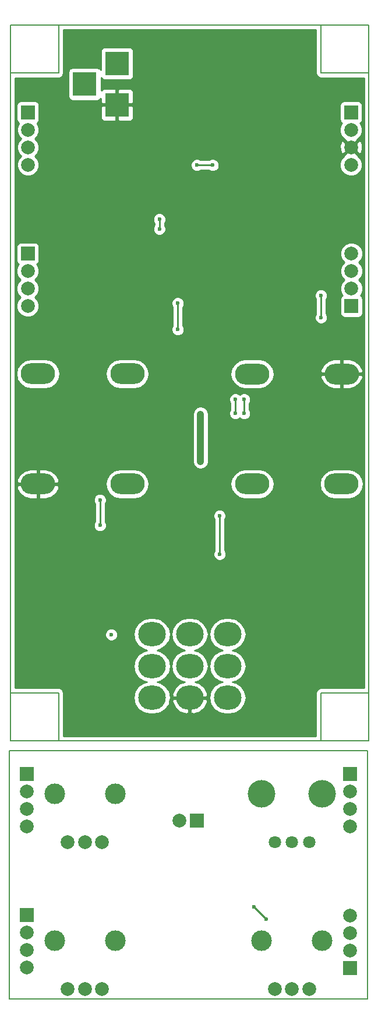
<source format=gbr>
G04 #@! TF.FileFunction,Copper,L2,Bot,Signal*
%FSLAX46Y46*%
G04 Gerber Fmt 4.6, Leading zero omitted, Abs format (unit mm)*
G04 Created by KiCad (PCBNEW 4.0.7) date 03/28/18 20:32:25*
%MOMM*%
%LPD*%
G01*
G04 APERTURE LIST*
%ADD10C,0.100000*%
%ADD11C,0.150000*%
%ADD12R,2.000000X2.000000*%
%ADD13C,2.000000*%
%ADD14R,3.500000X3.500000*%
%ADD15O,4.000000X3.500000*%
%ADD16C,3.000000*%
%ADD17O,5.000000X3.000000*%
%ADD18C,1.800000*%
%ADD19C,4.000000*%
%ADD20C,0.600000*%
%ADD21C,1.000000*%
%ADD22C,0.250000*%
%ADD23C,0.254000*%
G04 APERTURE END LIST*
D10*
D11*
X79832200Y-128727200D02*
X79832200Y-128447800D01*
X80340200Y-128727200D02*
X79222600Y-128727200D01*
X124720200Y-130172500D02*
X124364600Y-130172500D01*
X124720200Y-166240500D02*
X124720200Y-130172500D01*
X124339200Y-166240500D02*
X124720200Y-166240500D01*
X72701000Y-130172500D02*
X124517000Y-130172500D01*
X72701000Y-166240500D02*
X72701000Y-130172500D01*
X72701000Y-166240500D02*
X124517000Y-166240500D01*
X117932200Y-121742200D02*
X124917200Y-121742200D01*
X117932200Y-128727200D02*
X117932200Y-121742200D01*
X79832200Y-121742200D02*
X72847200Y-121742200D01*
X79832200Y-128727200D02*
X79832200Y-121742200D01*
X79832200Y-31699200D02*
X72847200Y-31699200D01*
X79832200Y-24714200D02*
X79832200Y-31699200D01*
X117932200Y-31699200D02*
X117932200Y-24714200D01*
X124917200Y-31699200D02*
X117932200Y-31699200D01*
X124917200Y-24714200D02*
X72847200Y-24714200D01*
X124917200Y-128727200D02*
X124917200Y-24714200D01*
X72847200Y-128727200D02*
X124917200Y-128727200D01*
X72847200Y-24714200D02*
X72847200Y-128727200D01*
D12*
X99929800Y-140307100D03*
D13*
X97389800Y-140307100D03*
D14*
X88328500Y-36322000D03*
X88328500Y-30322000D03*
X83628500Y-33322000D03*
D15*
X93407600Y-113256000D03*
X98907600Y-113256000D03*
X104407600Y-113256000D03*
X93407600Y-117856000D03*
X98907600Y-117856000D03*
X104407600Y-117856000D03*
X93407600Y-122456000D03*
X98907600Y-122456000D03*
X104407600Y-122456000D03*
D12*
X75234800Y-154063700D03*
D13*
X75234800Y-156603700D03*
X75234800Y-159143700D03*
X75234800Y-161683700D03*
D12*
X75234800Y-133540500D03*
D13*
X75234800Y-136080500D03*
X75234800Y-138620500D03*
X75234800Y-141160500D03*
D12*
X122199400Y-161709100D03*
D13*
X122199400Y-159169100D03*
X122199400Y-156629100D03*
X122199400Y-154089100D03*
D12*
X122174000Y-133540500D03*
D13*
X122174000Y-136080500D03*
X122174000Y-138620500D03*
X122174000Y-141160500D03*
D12*
X75361800Y-57937400D03*
D13*
X75361800Y-60477400D03*
X75361800Y-63017400D03*
X75361800Y-65557400D03*
D12*
X75374500Y-37401500D03*
D13*
X75374500Y-39941500D03*
X75374500Y-42481500D03*
X75374500Y-45021500D03*
D12*
X122402600Y-65557400D03*
D13*
X122402600Y-63017400D03*
X122402600Y-60477400D03*
X122402600Y-57937400D03*
D12*
X122351800Y-37414200D03*
D13*
X122351800Y-39954200D03*
X122351800Y-42494200D03*
X122351800Y-45034200D03*
X81169500Y-143446500D03*
X83669500Y-143446500D03*
X86169500Y-143446500D03*
D16*
X79269500Y-136446500D03*
X88069500Y-136446500D03*
D13*
X111268500Y-164782500D03*
X113768500Y-164782500D03*
X116268500Y-164782500D03*
D16*
X109368500Y-157782500D03*
X118168500Y-157782500D03*
D13*
X81169500Y-164782500D03*
X83669500Y-164782500D03*
X86169500Y-164782500D03*
D16*
X79269500Y-157782500D03*
X88069500Y-157782500D03*
D17*
X89824700Y-75400900D03*
X89824700Y-91400900D03*
X76824700Y-91400900D03*
X76847700Y-75400900D03*
X107977800Y-91413600D03*
X107977800Y-75413600D03*
X120977800Y-75413600D03*
X120954800Y-91413600D03*
D18*
X111268500Y-143446500D03*
X113768500Y-143446500D03*
X116268500Y-143446500D03*
D19*
X109368500Y-136446500D03*
X118168500Y-136446500D03*
D20*
X98107500Y-37211000D03*
X110172500Y-40005000D03*
X108775500Y-84264500D03*
X107823000Y-96012000D03*
X104902000Y-105537000D03*
X83883500Y-99187000D03*
X83756500Y-108585000D03*
X94615000Y-71056500D03*
X100012500Y-56578500D03*
X92519500Y-49403000D03*
X100457000Y-88138000D03*
X100457000Y-81280000D03*
X103225600Y-96012000D03*
X103251000Y-101600000D03*
X109988200Y-154632700D03*
X108210200Y-152854700D03*
X97155000Y-65151000D03*
X97155000Y-68961000D03*
X94488000Y-54356000D03*
X94488000Y-52959000D03*
X117983000Y-64008000D03*
X117983000Y-67246500D03*
X102235000Y-45085000D03*
X99949000Y-45085000D03*
X105537000Y-81153000D03*
X105537000Y-79121000D03*
X106807000Y-79121000D03*
X106807000Y-81153000D03*
X85852000Y-93726000D03*
X85852000Y-97409000D03*
X87503000Y-113284000D03*
D21*
X100457000Y-81280000D02*
X100457000Y-88138000D01*
D22*
X103225600Y-96012000D02*
X103251000Y-101600000D01*
X108210200Y-152854700D02*
X109988200Y-154632700D01*
X97155000Y-68961000D02*
X97155000Y-65151000D01*
X94488000Y-52959000D02*
X94488000Y-54356000D01*
X117983000Y-67246500D02*
X117983000Y-64008000D01*
X99949000Y-45085000D02*
X102235000Y-45085000D01*
X105537000Y-81153000D02*
X105537000Y-79121000D01*
X106807000Y-81153000D02*
X106807000Y-79121000D01*
X85852000Y-97409000D02*
X85852000Y-93726000D01*
D23*
G36*
X117222200Y-31699200D02*
X117276246Y-31970905D01*
X117430154Y-32201246D01*
X117660495Y-32355154D01*
X117932200Y-32409200D01*
X124207200Y-32409200D01*
X124207200Y-121032200D01*
X117932200Y-121032200D01*
X117660495Y-121086246D01*
X117430154Y-121240154D01*
X117276246Y-121470495D01*
X117222200Y-121742200D01*
X117222200Y-128017200D01*
X80542200Y-128017200D01*
X80542200Y-121742200D01*
X80488154Y-121470495D01*
X80334246Y-121240154D01*
X80103905Y-121086246D01*
X79832200Y-121032200D01*
X73557200Y-121032200D01*
X73557200Y-113469167D01*
X86567838Y-113469167D01*
X86709883Y-113812943D01*
X86972673Y-114076192D01*
X87316201Y-114218838D01*
X87688167Y-114219162D01*
X88031943Y-114077117D01*
X88295192Y-113814327D01*
X88437838Y-113470799D01*
X88438025Y-113256000D01*
X90720977Y-113256000D01*
X90902524Y-114168700D01*
X91419527Y-114942450D01*
X92193277Y-115459453D01*
X92678652Y-115556000D01*
X92193277Y-115652547D01*
X91419527Y-116169550D01*
X90902524Y-116943300D01*
X90720977Y-117856000D01*
X90902524Y-118768700D01*
X91419527Y-119542450D01*
X92193277Y-120059453D01*
X92678652Y-120156000D01*
X92193277Y-120252547D01*
X91419527Y-120769550D01*
X90902524Y-121543300D01*
X90720977Y-122456000D01*
X90902524Y-123368700D01*
X91419527Y-124142450D01*
X92193277Y-124659453D01*
X93105977Y-124841000D01*
X93709223Y-124841000D01*
X94621923Y-124659453D01*
X95395673Y-124142450D01*
X95912676Y-123368700D01*
X95995164Y-122954003D01*
X96325173Y-122954003D01*
X96364034Y-123133131D01*
X96797748Y-123959297D01*
X97514608Y-124556600D01*
X98405478Y-124834105D01*
X98780600Y-124685517D01*
X98780600Y-122583000D01*
X99034600Y-122583000D01*
X99034600Y-124685517D01*
X99409722Y-124834105D01*
X100300592Y-124556600D01*
X101017452Y-123959297D01*
X101451166Y-123133131D01*
X101490027Y-122954003D01*
X101380225Y-122583000D01*
X99034600Y-122583000D01*
X98780600Y-122583000D01*
X96434975Y-122583000D01*
X96325173Y-122954003D01*
X95995164Y-122954003D01*
X96094223Y-122456000D01*
X95912676Y-121543300D01*
X95395673Y-120769550D01*
X94621923Y-120252547D01*
X94136548Y-120156000D01*
X94621923Y-120059453D01*
X95395673Y-119542450D01*
X95912676Y-118768700D01*
X96094223Y-117856000D01*
X95912676Y-116943300D01*
X95395673Y-116169550D01*
X94621923Y-115652547D01*
X94136548Y-115556000D01*
X94621923Y-115459453D01*
X95395673Y-114942450D01*
X95912676Y-114168700D01*
X96094223Y-113256000D01*
X96220977Y-113256000D01*
X96402524Y-114168700D01*
X96919527Y-114942450D01*
X97693277Y-115459453D01*
X98178652Y-115556000D01*
X97693277Y-115652547D01*
X96919527Y-116169550D01*
X96402524Y-116943300D01*
X96220977Y-117856000D01*
X96402524Y-118768700D01*
X96919527Y-119542450D01*
X97693277Y-120059453D01*
X98164058Y-120153097D01*
X97514608Y-120355400D01*
X96797748Y-120952703D01*
X96364034Y-121778869D01*
X96325173Y-121957997D01*
X96434975Y-122329000D01*
X98780600Y-122329000D01*
X98780600Y-122309000D01*
X99034600Y-122309000D01*
X99034600Y-122329000D01*
X101380225Y-122329000D01*
X101490027Y-121957997D01*
X101451166Y-121778869D01*
X101017452Y-120952703D01*
X100300592Y-120355400D01*
X99651142Y-120153097D01*
X100121923Y-120059453D01*
X100895673Y-119542450D01*
X101412676Y-118768700D01*
X101594223Y-117856000D01*
X101412676Y-116943300D01*
X100895673Y-116169550D01*
X100121923Y-115652547D01*
X99636548Y-115556000D01*
X100121923Y-115459453D01*
X100895673Y-114942450D01*
X101412676Y-114168700D01*
X101594223Y-113256000D01*
X101720977Y-113256000D01*
X101902524Y-114168700D01*
X102419527Y-114942450D01*
X103193277Y-115459453D01*
X103678652Y-115556000D01*
X103193277Y-115652547D01*
X102419527Y-116169550D01*
X101902524Y-116943300D01*
X101720977Y-117856000D01*
X101902524Y-118768700D01*
X102419527Y-119542450D01*
X103193277Y-120059453D01*
X103678652Y-120156000D01*
X103193277Y-120252547D01*
X102419527Y-120769550D01*
X101902524Y-121543300D01*
X101720977Y-122456000D01*
X101902524Y-123368700D01*
X102419527Y-124142450D01*
X103193277Y-124659453D01*
X104105977Y-124841000D01*
X104709223Y-124841000D01*
X105621923Y-124659453D01*
X106395673Y-124142450D01*
X106912676Y-123368700D01*
X107094223Y-122456000D01*
X106912676Y-121543300D01*
X106395673Y-120769550D01*
X105621923Y-120252547D01*
X105136548Y-120156000D01*
X105621923Y-120059453D01*
X106395673Y-119542450D01*
X106912676Y-118768700D01*
X107094223Y-117856000D01*
X106912676Y-116943300D01*
X106395673Y-116169550D01*
X105621923Y-115652547D01*
X105136548Y-115556000D01*
X105621923Y-115459453D01*
X106395673Y-114942450D01*
X106912676Y-114168700D01*
X107094223Y-113256000D01*
X106912676Y-112343300D01*
X106395673Y-111569550D01*
X105621923Y-111052547D01*
X104709223Y-110871000D01*
X104105977Y-110871000D01*
X103193277Y-111052547D01*
X102419527Y-111569550D01*
X101902524Y-112343300D01*
X101720977Y-113256000D01*
X101594223Y-113256000D01*
X101412676Y-112343300D01*
X100895673Y-111569550D01*
X100121923Y-111052547D01*
X99209223Y-110871000D01*
X98605977Y-110871000D01*
X97693277Y-111052547D01*
X96919527Y-111569550D01*
X96402524Y-112343300D01*
X96220977Y-113256000D01*
X96094223Y-113256000D01*
X95912676Y-112343300D01*
X95395673Y-111569550D01*
X94621923Y-111052547D01*
X93709223Y-110871000D01*
X93105977Y-110871000D01*
X92193277Y-111052547D01*
X91419527Y-111569550D01*
X90902524Y-112343300D01*
X90720977Y-113256000D01*
X88438025Y-113256000D01*
X88438162Y-113098833D01*
X88296117Y-112755057D01*
X88033327Y-112491808D01*
X87689799Y-112349162D01*
X87317833Y-112348838D01*
X86974057Y-112490883D01*
X86710808Y-112753673D01*
X86568162Y-113097201D01*
X86567838Y-113469167D01*
X73557200Y-113469167D01*
X73557200Y-93911167D01*
X84916838Y-93911167D01*
X85058883Y-94254943D01*
X85092000Y-94288118D01*
X85092000Y-96846537D01*
X85059808Y-96878673D01*
X84917162Y-97222201D01*
X84916838Y-97594167D01*
X85058883Y-97937943D01*
X85321673Y-98201192D01*
X85665201Y-98343838D01*
X86037167Y-98344162D01*
X86380943Y-98202117D01*
X86644192Y-97939327D01*
X86786838Y-97595799D01*
X86787162Y-97223833D01*
X86645117Y-96880057D01*
X86612000Y-96846882D01*
X86612000Y-96197167D01*
X102290438Y-96197167D01*
X102432483Y-96540943D01*
X102468159Y-96576681D01*
X102488447Y-101040085D01*
X102458808Y-101069673D01*
X102316162Y-101413201D01*
X102315838Y-101785167D01*
X102457883Y-102128943D01*
X102720673Y-102392192D01*
X103064201Y-102534838D01*
X103436167Y-102535162D01*
X103779943Y-102393117D01*
X104043192Y-102130327D01*
X104185838Y-101786799D01*
X104186162Y-101414833D01*
X104044117Y-101071057D01*
X104008441Y-101035319D01*
X103988153Y-96571915D01*
X104017792Y-96542327D01*
X104160438Y-96198799D01*
X104160762Y-95826833D01*
X104018717Y-95483057D01*
X103755927Y-95219808D01*
X103412399Y-95077162D01*
X103040433Y-95076838D01*
X102696657Y-95218883D01*
X102433408Y-95481673D01*
X102290762Y-95825201D01*
X102290438Y-96197167D01*
X86612000Y-96197167D01*
X86612000Y-94288463D01*
X86644192Y-94256327D01*
X86786838Y-93912799D01*
X86787162Y-93540833D01*
X86645117Y-93197057D01*
X86382327Y-92933808D01*
X86038799Y-92791162D01*
X85666833Y-92790838D01*
X85323057Y-92932883D01*
X85059808Y-93195673D01*
X84917162Y-93539201D01*
X84916838Y-93911167D01*
X73557200Y-93911167D01*
X73557200Y-91859733D01*
X73739587Y-91859733D01*
X73803616Y-92100596D01*
X74225224Y-92820770D01*
X74890338Y-93324782D01*
X75697700Y-93535900D01*
X76697700Y-93535900D01*
X76697700Y-91527900D01*
X76951700Y-91527900D01*
X76951700Y-93535900D01*
X77951700Y-93535900D01*
X78759062Y-93324782D01*
X79424176Y-92820770D01*
X79845784Y-92100596D01*
X79909813Y-91859733D01*
X79796865Y-91527900D01*
X76951700Y-91527900D01*
X76697700Y-91527900D01*
X73852535Y-91527900D01*
X73739587Y-91859733D01*
X73557200Y-91859733D01*
X73557200Y-91400900D01*
X86628282Y-91400900D01*
X86790799Y-92217929D01*
X87253609Y-92910573D01*
X87946253Y-93373383D01*
X88763282Y-93535900D01*
X90886118Y-93535900D01*
X91703147Y-93373383D01*
X92395791Y-92910573D01*
X92858601Y-92217929D01*
X93018591Y-91413600D01*
X104781382Y-91413600D01*
X104943899Y-92230629D01*
X105406709Y-92923273D01*
X106099353Y-93386083D01*
X106916382Y-93548600D01*
X109039218Y-93548600D01*
X109856247Y-93386083D01*
X110548891Y-92923273D01*
X111011701Y-92230629D01*
X111174218Y-91413600D01*
X117758382Y-91413600D01*
X117920899Y-92230629D01*
X118383709Y-92923273D01*
X119076353Y-93386083D01*
X119893382Y-93548600D01*
X122016218Y-93548600D01*
X122833247Y-93386083D01*
X123525891Y-92923273D01*
X123988701Y-92230629D01*
X124151218Y-91413600D01*
X123988701Y-90596571D01*
X123525891Y-89903927D01*
X122833247Y-89441117D01*
X122016218Y-89278600D01*
X119893382Y-89278600D01*
X119076353Y-89441117D01*
X118383709Y-89903927D01*
X117920899Y-90596571D01*
X117758382Y-91413600D01*
X111174218Y-91413600D01*
X111011701Y-90596571D01*
X110548891Y-89903927D01*
X109856247Y-89441117D01*
X109039218Y-89278600D01*
X106916382Y-89278600D01*
X106099353Y-89441117D01*
X105406709Y-89903927D01*
X104943899Y-90596571D01*
X104781382Y-91413600D01*
X93018591Y-91413600D01*
X93021118Y-91400900D01*
X92858601Y-90583871D01*
X92395791Y-89891227D01*
X91703147Y-89428417D01*
X90886118Y-89265900D01*
X88763282Y-89265900D01*
X87946253Y-89428417D01*
X87253609Y-89891227D01*
X86790799Y-90583871D01*
X86628282Y-91400900D01*
X73557200Y-91400900D01*
X73557200Y-90942067D01*
X73739587Y-90942067D01*
X73852535Y-91273900D01*
X76697700Y-91273900D01*
X76697700Y-89265900D01*
X76951700Y-89265900D01*
X76951700Y-91273900D01*
X79796865Y-91273900D01*
X79909813Y-90942067D01*
X79845784Y-90701204D01*
X79424176Y-89981030D01*
X78759062Y-89477018D01*
X77951700Y-89265900D01*
X76951700Y-89265900D01*
X76697700Y-89265900D01*
X75697700Y-89265900D01*
X74890338Y-89477018D01*
X74225224Y-89981030D01*
X73803616Y-90701204D01*
X73739587Y-90942067D01*
X73557200Y-90942067D01*
X73557200Y-81280000D01*
X99322000Y-81280000D01*
X99322000Y-88138000D01*
X99408397Y-88572346D01*
X99654434Y-88940566D01*
X100022654Y-89186603D01*
X100457000Y-89273000D01*
X100891346Y-89186603D01*
X101259566Y-88940566D01*
X101505603Y-88572346D01*
X101592000Y-88138000D01*
X101592000Y-81280000D01*
X101505603Y-80845654D01*
X101259566Y-80477434D01*
X100891346Y-80231397D01*
X100457000Y-80145000D01*
X100022654Y-80231397D01*
X99654434Y-80477434D01*
X99408397Y-80845654D01*
X99322000Y-81280000D01*
X73557200Y-81280000D01*
X73557200Y-79306167D01*
X104601838Y-79306167D01*
X104743883Y-79649943D01*
X104777000Y-79683118D01*
X104777000Y-80590537D01*
X104744808Y-80622673D01*
X104602162Y-80966201D01*
X104601838Y-81338167D01*
X104743883Y-81681943D01*
X105006673Y-81945192D01*
X105350201Y-82087838D01*
X105722167Y-82088162D01*
X106065943Y-81946117D01*
X106171954Y-81840290D01*
X106276673Y-81945192D01*
X106620201Y-82087838D01*
X106992167Y-82088162D01*
X107335943Y-81946117D01*
X107599192Y-81683327D01*
X107741838Y-81339799D01*
X107742162Y-80967833D01*
X107600117Y-80624057D01*
X107567000Y-80590882D01*
X107567000Y-79683463D01*
X107599192Y-79651327D01*
X107741838Y-79307799D01*
X107742162Y-78935833D01*
X107600117Y-78592057D01*
X107337327Y-78328808D01*
X106993799Y-78186162D01*
X106621833Y-78185838D01*
X106278057Y-78327883D01*
X106172046Y-78433710D01*
X106067327Y-78328808D01*
X105723799Y-78186162D01*
X105351833Y-78185838D01*
X105008057Y-78327883D01*
X104744808Y-78590673D01*
X104602162Y-78934201D01*
X104601838Y-79306167D01*
X73557200Y-79306167D01*
X73557200Y-75400900D01*
X73651282Y-75400900D01*
X73813799Y-76217929D01*
X74276609Y-76910573D01*
X74969253Y-77373383D01*
X75786282Y-77535900D01*
X77909118Y-77535900D01*
X78726147Y-77373383D01*
X79418791Y-76910573D01*
X79881601Y-76217929D01*
X80044118Y-75400900D01*
X86628282Y-75400900D01*
X86790799Y-76217929D01*
X87253609Y-76910573D01*
X87946253Y-77373383D01*
X88763282Y-77535900D01*
X90886118Y-77535900D01*
X91703147Y-77373383D01*
X92395791Y-76910573D01*
X92858601Y-76217929D01*
X93018591Y-75413600D01*
X104781382Y-75413600D01*
X104943899Y-76230629D01*
X105406709Y-76923273D01*
X106099353Y-77386083D01*
X106916382Y-77548600D01*
X109039218Y-77548600D01*
X109856247Y-77386083D01*
X110548891Y-76923273D01*
X111011701Y-76230629D01*
X111082950Y-75872433D01*
X117892687Y-75872433D01*
X117956716Y-76113296D01*
X118378324Y-76833470D01*
X119043438Y-77337482D01*
X119850800Y-77548600D01*
X120850800Y-77548600D01*
X120850800Y-75540600D01*
X121104800Y-75540600D01*
X121104800Y-77548600D01*
X122104800Y-77548600D01*
X122912162Y-77337482D01*
X123577276Y-76833470D01*
X123998884Y-76113296D01*
X124062913Y-75872433D01*
X123949965Y-75540600D01*
X121104800Y-75540600D01*
X120850800Y-75540600D01*
X118005635Y-75540600D01*
X117892687Y-75872433D01*
X111082950Y-75872433D01*
X111174218Y-75413600D01*
X111082951Y-74954767D01*
X117892687Y-74954767D01*
X118005635Y-75286600D01*
X120850800Y-75286600D01*
X120850800Y-73278600D01*
X121104800Y-73278600D01*
X121104800Y-75286600D01*
X123949965Y-75286600D01*
X124062913Y-74954767D01*
X123998884Y-74713904D01*
X123577276Y-73993730D01*
X122912162Y-73489718D01*
X122104800Y-73278600D01*
X121104800Y-73278600D01*
X120850800Y-73278600D01*
X119850800Y-73278600D01*
X119043438Y-73489718D01*
X118378324Y-73993730D01*
X117956716Y-74713904D01*
X117892687Y-74954767D01*
X111082951Y-74954767D01*
X111011701Y-74596571D01*
X110548891Y-73903927D01*
X109856247Y-73441117D01*
X109039218Y-73278600D01*
X106916382Y-73278600D01*
X106099353Y-73441117D01*
X105406709Y-73903927D01*
X104943899Y-74596571D01*
X104781382Y-75413600D01*
X93018591Y-75413600D01*
X93021118Y-75400900D01*
X92858601Y-74583871D01*
X92395791Y-73891227D01*
X91703147Y-73428417D01*
X90886118Y-73265900D01*
X88763282Y-73265900D01*
X87946253Y-73428417D01*
X87253609Y-73891227D01*
X86790799Y-74583871D01*
X86628282Y-75400900D01*
X80044118Y-75400900D01*
X79881601Y-74583871D01*
X79418791Y-73891227D01*
X78726147Y-73428417D01*
X77909118Y-73265900D01*
X75786282Y-73265900D01*
X74969253Y-73428417D01*
X74276609Y-73891227D01*
X73813799Y-74583871D01*
X73651282Y-75400900D01*
X73557200Y-75400900D01*
X73557200Y-56937400D01*
X73714360Y-56937400D01*
X73714360Y-58937400D01*
X73758638Y-59172717D01*
X73897710Y-59388841D01*
X74040361Y-59486310D01*
X73976522Y-59550037D01*
X73727084Y-60150752D01*
X73726516Y-60801195D01*
X73974906Y-61402343D01*
X74319559Y-61747599D01*
X73976522Y-62090037D01*
X73727084Y-62690752D01*
X73726516Y-63341195D01*
X73974906Y-63942343D01*
X74319559Y-64287599D01*
X73976522Y-64630037D01*
X73727084Y-65230752D01*
X73726516Y-65881195D01*
X73974906Y-66482343D01*
X74434437Y-66942678D01*
X75035152Y-67192116D01*
X75685595Y-67192684D01*
X76286743Y-66944294D01*
X76747078Y-66484763D01*
X76996516Y-65884048D01*
X76996994Y-65336167D01*
X96219838Y-65336167D01*
X96361883Y-65679943D01*
X96395000Y-65713118D01*
X96395000Y-68398537D01*
X96362808Y-68430673D01*
X96220162Y-68774201D01*
X96219838Y-69146167D01*
X96361883Y-69489943D01*
X96624673Y-69753192D01*
X96968201Y-69895838D01*
X97340167Y-69896162D01*
X97683943Y-69754117D01*
X97947192Y-69491327D01*
X98089838Y-69147799D01*
X98090162Y-68775833D01*
X97948117Y-68432057D01*
X97915000Y-68398882D01*
X97915000Y-65713463D01*
X97947192Y-65681327D01*
X98089838Y-65337799D01*
X98090162Y-64965833D01*
X97948117Y-64622057D01*
X97685327Y-64358808D01*
X97341799Y-64216162D01*
X96969833Y-64215838D01*
X96626057Y-64357883D01*
X96362808Y-64620673D01*
X96220162Y-64964201D01*
X96219838Y-65336167D01*
X76996994Y-65336167D01*
X76997084Y-65233605D01*
X76748694Y-64632457D01*
X76404041Y-64287201D01*
X76498239Y-64193167D01*
X117047838Y-64193167D01*
X117189883Y-64536943D01*
X117223000Y-64570118D01*
X117223000Y-66684037D01*
X117190808Y-66716173D01*
X117048162Y-67059701D01*
X117047838Y-67431667D01*
X117189883Y-67775443D01*
X117452673Y-68038692D01*
X117796201Y-68181338D01*
X118168167Y-68181662D01*
X118511943Y-68039617D01*
X118775192Y-67776827D01*
X118917838Y-67433299D01*
X118918162Y-67061333D01*
X118776117Y-66717557D01*
X118743000Y-66684382D01*
X118743000Y-64570463D01*
X118756085Y-64557400D01*
X120755160Y-64557400D01*
X120755160Y-66557400D01*
X120799438Y-66792717D01*
X120938510Y-67008841D01*
X121150710Y-67153831D01*
X121402600Y-67204840D01*
X123402600Y-67204840D01*
X123637917Y-67160562D01*
X123854041Y-67021490D01*
X123999031Y-66809290D01*
X124050040Y-66557400D01*
X124050040Y-64557400D01*
X124005762Y-64322083D01*
X123866690Y-64105959D01*
X123724039Y-64008490D01*
X123787878Y-63944763D01*
X124037316Y-63344048D01*
X124037884Y-62693605D01*
X123789494Y-62092457D01*
X123444841Y-61747201D01*
X123787878Y-61404763D01*
X124037316Y-60804048D01*
X124037884Y-60153605D01*
X123789494Y-59552457D01*
X123444841Y-59207201D01*
X123787878Y-58864763D01*
X124037316Y-58264048D01*
X124037884Y-57613605D01*
X123789494Y-57012457D01*
X123329963Y-56552122D01*
X122729248Y-56302684D01*
X122078805Y-56302116D01*
X121477657Y-56550506D01*
X121017322Y-57010037D01*
X120767884Y-57610752D01*
X120767316Y-58261195D01*
X121015706Y-58862343D01*
X121360359Y-59207599D01*
X121017322Y-59550037D01*
X120767884Y-60150752D01*
X120767316Y-60801195D01*
X121015706Y-61402343D01*
X121360359Y-61747599D01*
X121017322Y-62090037D01*
X120767884Y-62690752D01*
X120767316Y-63341195D01*
X121015706Y-63942343D01*
X121082221Y-64008974D01*
X120951159Y-64093310D01*
X120806169Y-64305510D01*
X120755160Y-64557400D01*
X118756085Y-64557400D01*
X118775192Y-64538327D01*
X118917838Y-64194799D01*
X118918162Y-63822833D01*
X118776117Y-63479057D01*
X118513327Y-63215808D01*
X118169799Y-63073162D01*
X117797833Y-63072838D01*
X117454057Y-63214883D01*
X117190808Y-63477673D01*
X117048162Y-63821201D01*
X117047838Y-64193167D01*
X76498239Y-64193167D01*
X76747078Y-63944763D01*
X76996516Y-63344048D01*
X76997084Y-62693605D01*
X76748694Y-62092457D01*
X76404041Y-61747201D01*
X76747078Y-61404763D01*
X76996516Y-60804048D01*
X76997084Y-60153605D01*
X76748694Y-59552457D01*
X76682179Y-59485826D01*
X76813241Y-59401490D01*
X76958231Y-59189290D01*
X77009240Y-58937400D01*
X77009240Y-56937400D01*
X76964962Y-56702083D01*
X76825890Y-56485959D01*
X76613690Y-56340969D01*
X76361800Y-56289960D01*
X74361800Y-56289960D01*
X74126483Y-56334238D01*
X73910359Y-56473310D01*
X73765369Y-56685510D01*
X73714360Y-56937400D01*
X73557200Y-56937400D01*
X73557200Y-53144167D01*
X93552838Y-53144167D01*
X93694883Y-53487943D01*
X93728000Y-53521118D01*
X93728000Y-53793537D01*
X93695808Y-53825673D01*
X93553162Y-54169201D01*
X93552838Y-54541167D01*
X93694883Y-54884943D01*
X93957673Y-55148192D01*
X94301201Y-55290838D01*
X94673167Y-55291162D01*
X95016943Y-55149117D01*
X95280192Y-54886327D01*
X95422838Y-54542799D01*
X95423162Y-54170833D01*
X95281117Y-53827057D01*
X95248000Y-53793882D01*
X95248000Y-53521463D01*
X95280192Y-53489327D01*
X95422838Y-53145799D01*
X95423162Y-52773833D01*
X95281117Y-52430057D01*
X95018327Y-52166808D01*
X94674799Y-52024162D01*
X94302833Y-52023838D01*
X93959057Y-52165883D01*
X93695808Y-52428673D01*
X93553162Y-52772201D01*
X93552838Y-53144167D01*
X73557200Y-53144167D01*
X73557200Y-36401500D01*
X73727060Y-36401500D01*
X73727060Y-38401500D01*
X73771338Y-38636817D01*
X73910410Y-38852941D01*
X74053061Y-38950410D01*
X73989222Y-39014137D01*
X73739784Y-39614852D01*
X73739216Y-40265295D01*
X73987606Y-40866443D01*
X74332259Y-41211699D01*
X73989222Y-41554137D01*
X73739784Y-42154852D01*
X73739216Y-42805295D01*
X73987606Y-43406443D01*
X74332259Y-43751699D01*
X73989222Y-44094137D01*
X73739784Y-44694852D01*
X73739216Y-45345295D01*
X73987606Y-45946443D01*
X74447137Y-46406778D01*
X75047852Y-46656216D01*
X75698295Y-46656784D01*
X76299443Y-46408394D01*
X76759778Y-45948863D01*
X77009216Y-45348148D01*
X77009284Y-45270167D01*
X99013838Y-45270167D01*
X99155883Y-45613943D01*
X99418673Y-45877192D01*
X99762201Y-46019838D01*
X100134167Y-46020162D01*
X100477943Y-45878117D01*
X100511118Y-45845000D01*
X101672537Y-45845000D01*
X101704673Y-45877192D01*
X102048201Y-46019838D01*
X102420167Y-46020162D01*
X102763943Y-45878117D01*
X103027192Y-45615327D01*
X103134046Y-45357995D01*
X120716516Y-45357995D01*
X120964906Y-45959143D01*
X121424437Y-46419478D01*
X122025152Y-46668916D01*
X122675595Y-46669484D01*
X123276743Y-46421094D01*
X123737078Y-45961563D01*
X123986516Y-45360848D01*
X123987084Y-44710405D01*
X123738694Y-44109257D01*
X123311822Y-43681638D01*
X123324727Y-43646732D01*
X122351800Y-42673805D01*
X121378873Y-43646732D01*
X121391964Y-43682138D01*
X120966522Y-44106837D01*
X120717084Y-44707552D01*
X120716516Y-45357995D01*
X103134046Y-45357995D01*
X103169838Y-45271799D01*
X103170162Y-44899833D01*
X103028117Y-44556057D01*
X102765327Y-44292808D01*
X102421799Y-44150162D01*
X102049833Y-44149838D01*
X101706057Y-44291883D01*
X101672882Y-44325000D01*
X100511463Y-44325000D01*
X100479327Y-44292808D01*
X100135799Y-44150162D01*
X99763833Y-44149838D01*
X99420057Y-44291883D01*
X99156808Y-44554673D01*
X99014162Y-44898201D01*
X99013838Y-45270167D01*
X77009284Y-45270167D01*
X77009784Y-44697705D01*
X76761394Y-44096557D01*
X76416741Y-43751301D01*
X76759778Y-43408863D01*
X77009216Y-42808148D01*
X77009721Y-42229661D01*
X120705892Y-42229661D01*
X120729944Y-42879660D01*
X120932413Y-43368464D01*
X121199268Y-43467127D01*
X122172195Y-42494200D01*
X122531405Y-42494200D01*
X123504332Y-43467127D01*
X123771187Y-43368464D01*
X123997708Y-42758739D01*
X123973656Y-42108740D01*
X123771187Y-41619936D01*
X123504332Y-41521273D01*
X122531405Y-42494200D01*
X122172195Y-42494200D01*
X121199268Y-41521273D01*
X120932413Y-41619936D01*
X120705892Y-42229661D01*
X77009721Y-42229661D01*
X77009784Y-42157705D01*
X76761394Y-41556557D01*
X76416741Y-41211301D01*
X76759778Y-40868863D01*
X77009216Y-40268148D01*
X77009784Y-39617705D01*
X76761394Y-39016557D01*
X76694879Y-38949926D01*
X76825941Y-38865590D01*
X76970931Y-38653390D01*
X77021940Y-38401500D01*
X77021940Y-36607750D01*
X85943500Y-36607750D01*
X85943500Y-38198309D01*
X86040173Y-38431698D01*
X86218801Y-38610327D01*
X86452190Y-38707000D01*
X88042750Y-38707000D01*
X88201500Y-38548250D01*
X88201500Y-36449000D01*
X88455500Y-36449000D01*
X88455500Y-38548250D01*
X88614250Y-38707000D01*
X90204810Y-38707000D01*
X90438199Y-38610327D01*
X90616827Y-38431698D01*
X90713500Y-38198309D01*
X90713500Y-36607750D01*
X90554750Y-36449000D01*
X88455500Y-36449000D01*
X88201500Y-36449000D01*
X86102250Y-36449000D01*
X85943500Y-36607750D01*
X77021940Y-36607750D01*
X77021940Y-36414200D01*
X120704360Y-36414200D01*
X120704360Y-38414200D01*
X120748638Y-38649517D01*
X120887710Y-38865641D01*
X121030361Y-38963110D01*
X120966522Y-39026837D01*
X120717084Y-39627552D01*
X120716516Y-40277995D01*
X120964906Y-40879143D01*
X121391778Y-41306762D01*
X121378873Y-41341668D01*
X122351800Y-42314595D01*
X123324727Y-41341668D01*
X123311636Y-41306262D01*
X123737078Y-40881563D01*
X123986516Y-40280848D01*
X123987084Y-39630405D01*
X123738694Y-39029257D01*
X123672179Y-38962626D01*
X123803241Y-38878290D01*
X123948231Y-38666090D01*
X123999240Y-38414200D01*
X123999240Y-36414200D01*
X123954962Y-36178883D01*
X123815890Y-35962759D01*
X123603690Y-35817769D01*
X123351800Y-35766760D01*
X121351800Y-35766760D01*
X121116483Y-35811038D01*
X120900359Y-35950110D01*
X120755369Y-36162310D01*
X120704360Y-36414200D01*
X77021940Y-36414200D01*
X77021940Y-36401500D01*
X76977662Y-36166183D01*
X76838590Y-35950059D01*
X76626390Y-35805069D01*
X76374500Y-35754060D01*
X74374500Y-35754060D01*
X74139183Y-35798338D01*
X73923059Y-35937410D01*
X73778069Y-36149610D01*
X73727060Y-36401500D01*
X73557200Y-36401500D01*
X73557200Y-32409200D01*
X79832200Y-32409200D01*
X80103905Y-32355154D01*
X80334246Y-32201246D01*
X80488154Y-31970905D01*
X80542200Y-31699200D01*
X80542200Y-31572000D01*
X81231060Y-31572000D01*
X81231060Y-35072000D01*
X81275338Y-35307317D01*
X81414410Y-35523441D01*
X81626610Y-35668431D01*
X81878500Y-35719440D01*
X85378500Y-35719440D01*
X85613817Y-35675162D01*
X85829941Y-35536090D01*
X85943500Y-35369891D01*
X85943500Y-36036250D01*
X86102250Y-36195000D01*
X88201500Y-36195000D01*
X88201500Y-34095750D01*
X88455500Y-34095750D01*
X88455500Y-36195000D01*
X90554750Y-36195000D01*
X90713500Y-36036250D01*
X90713500Y-34445691D01*
X90616827Y-34212302D01*
X90438199Y-34033673D01*
X90204810Y-33937000D01*
X88614250Y-33937000D01*
X88455500Y-34095750D01*
X88201500Y-34095750D01*
X88042750Y-33937000D01*
X86452190Y-33937000D01*
X86218801Y-34033673D01*
X86040173Y-34212302D01*
X86025940Y-34246663D01*
X86025940Y-32385955D01*
X86114410Y-32523441D01*
X86326610Y-32668431D01*
X86578500Y-32719440D01*
X90078500Y-32719440D01*
X90313817Y-32675162D01*
X90529941Y-32536090D01*
X90674931Y-32323890D01*
X90725940Y-32072000D01*
X90725940Y-28572000D01*
X90681662Y-28336683D01*
X90542590Y-28120559D01*
X90330390Y-27975569D01*
X90078500Y-27924560D01*
X86578500Y-27924560D01*
X86343183Y-27968838D01*
X86127059Y-28107910D01*
X85982069Y-28320110D01*
X85931060Y-28572000D01*
X85931060Y-31258045D01*
X85842590Y-31120559D01*
X85630390Y-30975569D01*
X85378500Y-30924560D01*
X81878500Y-30924560D01*
X81643183Y-30968838D01*
X81427059Y-31107910D01*
X81282069Y-31320110D01*
X81231060Y-31572000D01*
X80542200Y-31572000D01*
X80542200Y-25424200D01*
X117222200Y-25424200D01*
X117222200Y-31699200D01*
X117222200Y-31699200D01*
G37*
X117222200Y-31699200D02*
X117276246Y-31970905D01*
X117430154Y-32201246D01*
X117660495Y-32355154D01*
X117932200Y-32409200D01*
X124207200Y-32409200D01*
X124207200Y-121032200D01*
X117932200Y-121032200D01*
X117660495Y-121086246D01*
X117430154Y-121240154D01*
X117276246Y-121470495D01*
X117222200Y-121742200D01*
X117222200Y-128017200D01*
X80542200Y-128017200D01*
X80542200Y-121742200D01*
X80488154Y-121470495D01*
X80334246Y-121240154D01*
X80103905Y-121086246D01*
X79832200Y-121032200D01*
X73557200Y-121032200D01*
X73557200Y-113469167D01*
X86567838Y-113469167D01*
X86709883Y-113812943D01*
X86972673Y-114076192D01*
X87316201Y-114218838D01*
X87688167Y-114219162D01*
X88031943Y-114077117D01*
X88295192Y-113814327D01*
X88437838Y-113470799D01*
X88438025Y-113256000D01*
X90720977Y-113256000D01*
X90902524Y-114168700D01*
X91419527Y-114942450D01*
X92193277Y-115459453D01*
X92678652Y-115556000D01*
X92193277Y-115652547D01*
X91419527Y-116169550D01*
X90902524Y-116943300D01*
X90720977Y-117856000D01*
X90902524Y-118768700D01*
X91419527Y-119542450D01*
X92193277Y-120059453D01*
X92678652Y-120156000D01*
X92193277Y-120252547D01*
X91419527Y-120769550D01*
X90902524Y-121543300D01*
X90720977Y-122456000D01*
X90902524Y-123368700D01*
X91419527Y-124142450D01*
X92193277Y-124659453D01*
X93105977Y-124841000D01*
X93709223Y-124841000D01*
X94621923Y-124659453D01*
X95395673Y-124142450D01*
X95912676Y-123368700D01*
X95995164Y-122954003D01*
X96325173Y-122954003D01*
X96364034Y-123133131D01*
X96797748Y-123959297D01*
X97514608Y-124556600D01*
X98405478Y-124834105D01*
X98780600Y-124685517D01*
X98780600Y-122583000D01*
X99034600Y-122583000D01*
X99034600Y-124685517D01*
X99409722Y-124834105D01*
X100300592Y-124556600D01*
X101017452Y-123959297D01*
X101451166Y-123133131D01*
X101490027Y-122954003D01*
X101380225Y-122583000D01*
X99034600Y-122583000D01*
X98780600Y-122583000D01*
X96434975Y-122583000D01*
X96325173Y-122954003D01*
X95995164Y-122954003D01*
X96094223Y-122456000D01*
X95912676Y-121543300D01*
X95395673Y-120769550D01*
X94621923Y-120252547D01*
X94136548Y-120156000D01*
X94621923Y-120059453D01*
X95395673Y-119542450D01*
X95912676Y-118768700D01*
X96094223Y-117856000D01*
X95912676Y-116943300D01*
X95395673Y-116169550D01*
X94621923Y-115652547D01*
X94136548Y-115556000D01*
X94621923Y-115459453D01*
X95395673Y-114942450D01*
X95912676Y-114168700D01*
X96094223Y-113256000D01*
X96220977Y-113256000D01*
X96402524Y-114168700D01*
X96919527Y-114942450D01*
X97693277Y-115459453D01*
X98178652Y-115556000D01*
X97693277Y-115652547D01*
X96919527Y-116169550D01*
X96402524Y-116943300D01*
X96220977Y-117856000D01*
X96402524Y-118768700D01*
X96919527Y-119542450D01*
X97693277Y-120059453D01*
X98164058Y-120153097D01*
X97514608Y-120355400D01*
X96797748Y-120952703D01*
X96364034Y-121778869D01*
X96325173Y-121957997D01*
X96434975Y-122329000D01*
X98780600Y-122329000D01*
X98780600Y-122309000D01*
X99034600Y-122309000D01*
X99034600Y-122329000D01*
X101380225Y-122329000D01*
X101490027Y-121957997D01*
X101451166Y-121778869D01*
X101017452Y-120952703D01*
X100300592Y-120355400D01*
X99651142Y-120153097D01*
X100121923Y-120059453D01*
X100895673Y-119542450D01*
X101412676Y-118768700D01*
X101594223Y-117856000D01*
X101412676Y-116943300D01*
X100895673Y-116169550D01*
X100121923Y-115652547D01*
X99636548Y-115556000D01*
X100121923Y-115459453D01*
X100895673Y-114942450D01*
X101412676Y-114168700D01*
X101594223Y-113256000D01*
X101720977Y-113256000D01*
X101902524Y-114168700D01*
X102419527Y-114942450D01*
X103193277Y-115459453D01*
X103678652Y-115556000D01*
X103193277Y-115652547D01*
X102419527Y-116169550D01*
X101902524Y-116943300D01*
X101720977Y-117856000D01*
X101902524Y-118768700D01*
X102419527Y-119542450D01*
X103193277Y-120059453D01*
X103678652Y-120156000D01*
X103193277Y-120252547D01*
X102419527Y-120769550D01*
X101902524Y-121543300D01*
X101720977Y-122456000D01*
X101902524Y-123368700D01*
X102419527Y-124142450D01*
X103193277Y-124659453D01*
X104105977Y-124841000D01*
X104709223Y-124841000D01*
X105621923Y-124659453D01*
X106395673Y-124142450D01*
X106912676Y-123368700D01*
X107094223Y-122456000D01*
X106912676Y-121543300D01*
X106395673Y-120769550D01*
X105621923Y-120252547D01*
X105136548Y-120156000D01*
X105621923Y-120059453D01*
X106395673Y-119542450D01*
X106912676Y-118768700D01*
X107094223Y-117856000D01*
X106912676Y-116943300D01*
X106395673Y-116169550D01*
X105621923Y-115652547D01*
X105136548Y-115556000D01*
X105621923Y-115459453D01*
X106395673Y-114942450D01*
X106912676Y-114168700D01*
X107094223Y-113256000D01*
X106912676Y-112343300D01*
X106395673Y-111569550D01*
X105621923Y-111052547D01*
X104709223Y-110871000D01*
X104105977Y-110871000D01*
X103193277Y-111052547D01*
X102419527Y-111569550D01*
X101902524Y-112343300D01*
X101720977Y-113256000D01*
X101594223Y-113256000D01*
X101412676Y-112343300D01*
X100895673Y-111569550D01*
X100121923Y-111052547D01*
X99209223Y-110871000D01*
X98605977Y-110871000D01*
X97693277Y-111052547D01*
X96919527Y-111569550D01*
X96402524Y-112343300D01*
X96220977Y-113256000D01*
X96094223Y-113256000D01*
X95912676Y-112343300D01*
X95395673Y-111569550D01*
X94621923Y-111052547D01*
X93709223Y-110871000D01*
X93105977Y-110871000D01*
X92193277Y-111052547D01*
X91419527Y-111569550D01*
X90902524Y-112343300D01*
X90720977Y-113256000D01*
X88438025Y-113256000D01*
X88438162Y-113098833D01*
X88296117Y-112755057D01*
X88033327Y-112491808D01*
X87689799Y-112349162D01*
X87317833Y-112348838D01*
X86974057Y-112490883D01*
X86710808Y-112753673D01*
X86568162Y-113097201D01*
X86567838Y-113469167D01*
X73557200Y-113469167D01*
X73557200Y-93911167D01*
X84916838Y-93911167D01*
X85058883Y-94254943D01*
X85092000Y-94288118D01*
X85092000Y-96846537D01*
X85059808Y-96878673D01*
X84917162Y-97222201D01*
X84916838Y-97594167D01*
X85058883Y-97937943D01*
X85321673Y-98201192D01*
X85665201Y-98343838D01*
X86037167Y-98344162D01*
X86380943Y-98202117D01*
X86644192Y-97939327D01*
X86786838Y-97595799D01*
X86787162Y-97223833D01*
X86645117Y-96880057D01*
X86612000Y-96846882D01*
X86612000Y-96197167D01*
X102290438Y-96197167D01*
X102432483Y-96540943D01*
X102468159Y-96576681D01*
X102488447Y-101040085D01*
X102458808Y-101069673D01*
X102316162Y-101413201D01*
X102315838Y-101785167D01*
X102457883Y-102128943D01*
X102720673Y-102392192D01*
X103064201Y-102534838D01*
X103436167Y-102535162D01*
X103779943Y-102393117D01*
X104043192Y-102130327D01*
X104185838Y-101786799D01*
X104186162Y-101414833D01*
X104044117Y-101071057D01*
X104008441Y-101035319D01*
X103988153Y-96571915D01*
X104017792Y-96542327D01*
X104160438Y-96198799D01*
X104160762Y-95826833D01*
X104018717Y-95483057D01*
X103755927Y-95219808D01*
X103412399Y-95077162D01*
X103040433Y-95076838D01*
X102696657Y-95218883D01*
X102433408Y-95481673D01*
X102290762Y-95825201D01*
X102290438Y-96197167D01*
X86612000Y-96197167D01*
X86612000Y-94288463D01*
X86644192Y-94256327D01*
X86786838Y-93912799D01*
X86787162Y-93540833D01*
X86645117Y-93197057D01*
X86382327Y-92933808D01*
X86038799Y-92791162D01*
X85666833Y-92790838D01*
X85323057Y-92932883D01*
X85059808Y-93195673D01*
X84917162Y-93539201D01*
X84916838Y-93911167D01*
X73557200Y-93911167D01*
X73557200Y-91859733D01*
X73739587Y-91859733D01*
X73803616Y-92100596D01*
X74225224Y-92820770D01*
X74890338Y-93324782D01*
X75697700Y-93535900D01*
X76697700Y-93535900D01*
X76697700Y-91527900D01*
X76951700Y-91527900D01*
X76951700Y-93535900D01*
X77951700Y-93535900D01*
X78759062Y-93324782D01*
X79424176Y-92820770D01*
X79845784Y-92100596D01*
X79909813Y-91859733D01*
X79796865Y-91527900D01*
X76951700Y-91527900D01*
X76697700Y-91527900D01*
X73852535Y-91527900D01*
X73739587Y-91859733D01*
X73557200Y-91859733D01*
X73557200Y-91400900D01*
X86628282Y-91400900D01*
X86790799Y-92217929D01*
X87253609Y-92910573D01*
X87946253Y-93373383D01*
X88763282Y-93535900D01*
X90886118Y-93535900D01*
X91703147Y-93373383D01*
X92395791Y-92910573D01*
X92858601Y-92217929D01*
X93018591Y-91413600D01*
X104781382Y-91413600D01*
X104943899Y-92230629D01*
X105406709Y-92923273D01*
X106099353Y-93386083D01*
X106916382Y-93548600D01*
X109039218Y-93548600D01*
X109856247Y-93386083D01*
X110548891Y-92923273D01*
X111011701Y-92230629D01*
X111174218Y-91413600D01*
X117758382Y-91413600D01*
X117920899Y-92230629D01*
X118383709Y-92923273D01*
X119076353Y-93386083D01*
X119893382Y-93548600D01*
X122016218Y-93548600D01*
X122833247Y-93386083D01*
X123525891Y-92923273D01*
X123988701Y-92230629D01*
X124151218Y-91413600D01*
X123988701Y-90596571D01*
X123525891Y-89903927D01*
X122833247Y-89441117D01*
X122016218Y-89278600D01*
X119893382Y-89278600D01*
X119076353Y-89441117D01*
X118383709Y-89903927D01*
X117920899Y-90596571D01*
X117758382Y-91413600D01*
X111174218Y-91413600D01*
X111011701Y-90596571D01*
X110548891Y-89903927D01*
X109856247Y-89441117D01*
X109039218Y-89278600D01*
X106916382Y-89278600D01*
X106099353Y-89441117D01*
X105406709Y-89903927D01*
X104943899Y-90596571D01*
X104781382Y-91413600D01*
X93018591Y-91413600D01*
X93021118Y-91400900D01*
X92858601Y-90583871D01*
X92395791Y-89891227D01*
X91703147Y-89428417D01*
X90886118Y-89265900D01*
X88763282Y-89265900D01*
X87946253Y-89428417D01*
X87253609Y-89891227D01*
X86790799Y-90583871D01*
X86628282Y-91400900D01*
X73557200Y-91400900D01*
X73557200Y-90942067D01*
X73739587Y-90942067D01*
X73852535Y-91273900D01*
X76697700Y-91273900D01*
X76697700Y-89265900D01*
X76951700Y-89265900D01*
X76951700Y-91273900D01*
X79796865Y-91273900D01*
X79909813Y-90942067D01*
X79845784Y-90701204D01*
X79424176Y-89981030D01*
X78759062Y-89477018D01*
X77951700Y-89265900D01*
X76951700Y-89265900D01*
X76697700Y-89265900D01*
X75697700Y-89265900D01*
X74890338Y-89477018D01*
X74225224Y-89981030D01*
X73803616Y-90701204D01*
X73739587Y-90942067D01*
X73557200Y-90942067D01*
X73557200Y-81280000D01*
X99322000Y-81280000D01*
X99322000Y-88138000D01*
X99408397Y-88572346D01*
X99654434Y-88940566D01*
X100022654Y-89186603D01*
X100457000Y-89273000D01*
X100891346Y-89186603D01*
X101259566Y-88940566D01*
X101505603Y-88572346D01*
X101592000Y-88138000D01*
X101592000Y-81280000D01*
X101505603Y-80845654D01*
X101259566Y-80477434D01*
X100891346Y-80231397D01*
X100457000Y-80145000D01*
X100022654Y-80231397D01*
X99654434Y-80477434D01*
X99408397Y-80845654D01*
X99322000Y-81280000D01*
X73557200Y-81280000D01*
X73557200Y-79306167D01*
X104601838Y-79306167D01*
X104743883Y-79649943D01*
X104777000Y-79683118D01*
X104777000Y-80590537D01*
X104744808Y-80622673D01*
X104602162Y-80966201D01*
X104601838Y-81338167D01*
X104743883Y-81681943D01*
X105006673Y-81945192D01*
X105350201Y-82087838D01*
X105722167Y-82088162D01*
X106065943Y-81946117D01*
X106171954Y-81840290D01*
X106276673Y-81945192D01*
X106620201Y-82087838D01*
X106992167Y-82088162D01*
X107335943Y-81946117D01*
X107599192Y-81683327D01*
X107741838Y-81339799D01*
X107742162Y-80967833D01*
X107600117Y-80624057D01*
X107567000Y-80590882D01*
X107567000Y-79683463D01*
X107599192Y-79651327D01*
X107741838Y-79307799D01*
X107742162Y-78935833D01*
X107600117Y-78592057D01*
X107337327Y-78328808D01*
X106993799Y-78186162D01*
X106621833Y-78185838D01*
X106278057Y-78327883D01*
X106172046Y-78433710D01*
X106067327Y-78328808D01*
X105723799Y-78186162D01*
X105351833Y-78185838D01*
X105008057Y-78327883D01*
X104744808Y-78590673D01*
X104602162Y-78934201D01*
X104601838Y-79306167D01*
X73557200Y-79306167D01*
X73557200Y-75400900D01*
X73651282Y-75400900D01*
X73813799Y-76217929D01*
X74276609Y-76910573D01*
X74969253Y-77373383D01*
X75786282Y-77535900D01*
X77909118Y-77535900D01*
X78726147Y-77373383D01*
X79418791Y-76910573D01*
X79881601Y-76217929D01*
X80044118Y-75400900D01*
X86628282Y-75400900D01*
X86790799Y-76217929D01*
X87253609Y-76910573D01*
X87946253Y-77373383D01*
X88763282Y-77535900D01*
X90886118Y-77535900D01*
X91703147Y-77373383D01*
X92395791Y-76910573D01*
X92858601Y-76217929D01*
X93018591Y-75413600D01*
X104781382Y-75413600D01*
X104943899Y-76230629D01*
X105406709Y-76923273D01*
X106099353Y-77386083D01*
X106916382Y-77548600D01*
X109039218Y-77548600D01*
X109856247Y-77386083D01*
X110548891Y-76923273D01*
X111011701Y-76230629D01*
X111082950Y-75872433D01*
X117892687Y-75872433D01*
X117956716Y-76113296D01*
X118378324Y-76833470D01*
X119043438Y-77337482D01*
X119850800Y-77548600D01*
X120850800Y-77548600D01*
X120850800Y-75540600D01*
X121104800Y-75540600D01*
X121104800Y-77548600D01*
X122104800Y-77548600D01*
X122912162Y-77337482D01*
X123577276Y-76833470D01*
X123998884Y-76113296D01*
X124062913Y-75872433D01*
X123949965Y-75540600D01*
X121104800Y-75540600D01*
X120850800Y-75540600D01*
X118005635Y-75540600D01*
X117892687Y-75872433D01*
X111082950Y-75872433D01*
X111174218Y-75413600D01*
X111082951Y-74954767D01*
X117892687Y-74954767D01*
X118005635Y-75286600D01*
X120850800Y-75286600D01*
X120850800Y-73278600D01*
X121104800Y-73278600D01*
X121104800Y-75286600D01*
X123949965Y-75286600D01*
X124062913Y-74954767D01*
X123998884Y-74713904D01*
X123577276Y-73993730D01*
X122912162Y-73489718D01*
X122104800Y-73278600D01*
X121104800Y-73278600D01*
X120850800Y-73278600D01*
X119850800Y-73278600D01*
X119043438Y-73489718D01*
X118378324Y-73993730D01*
X117956716Y-74713904D01*
X117892687Y-74954767D01*
X111082951Y-74954767D01*
X111011701Y-74596571D01*
X110548891Y-73903927D01*
X109856247Y-73441117D01*
X109039218Y-73278600D01*
X106916382Y-73278600D01*
X106099353Y-73441117D01*
X105406709Y-73903927D01*
X104943899Y-74596571D01*
X104781382Y-75413600D01*
X93018591Y-75413600D01*
X93021118Y-75400900D01*
X92858601Y-74583871D01*
X92395791Y-73891227D01*
X91703147Y-73428417D01*
X90886118Y-73265900D01*
X88763282Y-73265900D01*
X87946253Y-73428417D01*
X87253609Y-73891227D01*
X86790799Y-74583871D01*
X86628282Y-75400900D01*
X80044118Y-75400900D01*
X79881601Y-74583871D01*
X79418791Y-73891227D01*
X78726147Y-73428417D01*
X77909118Y-73265900D01*
X75786282Y-73265900D01*
X74969253Y-73428417D01*
X74276609Y-73891227D01*
X73813799Y-74583871D01*
X73651282Y-75400900D01*
X73557200Y-75400900D01*
X73557200Y-56937400D01*
X73714360Y-56937400D01*
X73714360Y-58937400D01*
X73758638Y-59172717D01*
X73897710Y-59388841D01*
X74040361Y-59486310D01*
X73976522Y-59550037D01*
X73727084Y-60150752D01*
X73726516Y-60801195D01*
X73974906Y-61402343D01*
X74319559Y-61747599D01*
X73976522Y-62090037D01*
X73727084Y-62690752D01*
X73726516Y-63341195D01*
X73974906Y-63942343D01*
X74319559Y-64287599D01*
X73976522Y-64630037D01*
X73727084Y-65230752D01*
X73726516Y-65881195D01*
X73974906Y-66482343D01*
X74434437Y-66942678D01*
X75035152Y-67192116D01*
X75685595Y-67192684D01*
X76286743Y-66944294D01*
X76747078Y-66484763D01*
X76996516Y-65884048D01*
X76996994Y-65336167D01*
X96219838Y-65336167D01*
X96361883Y-65679943D01*
X96395000Y-65713118D01*
X96395000Y-68398537D01*
X96362808Y-68430673D01*
X96220162Y-68774201D01*
X96219838Y-69146167D01*
X96361883Y-69489943D01*
X96624673Y-69753192D01*
X96968201Y-69895838D01*
X97340167Y-69896162D01*
X97683943Y-69754117D01*
X97947192Y-69491327D01*
X98089838Y-69147799D01*
X98090162Y-68775833D01*
X97948117Y-68432057D01*
X97915000Y-68398882D01*
X97915000Y-65713463D01*
X97947192Y-65681327D01*
X98089838Y-65337799D01*
X98090162Y-64965833D01*
X97948117Y-64622057D01*
X97685327Y-64358808D01*
X97341799Y-64216162D01*
X96969833Y-64215838D01*
X96626057Y-64357883D01*
X96362808Y-64620673D01*
X96220162Y-64964201D01*
X96219838Y-65336167D01*
X76996994Y-65336167D01*
X76997084Y-65233605D01*
X76748694Y-64632457D01*
X76404041Y-64287201D01*
X76498239Y-64193167D01*
X117047838Y-64193167D01*
X117189883Y-64536943D01*
X117223000Y-64570118D01*
X117223000Y-66684037D01*
X117190808Y-66716173D01*
X117048162Y-67059701D01*
X117047838Y-67431667D01*
X117189883Y-67775443D01*
X117452673Y-68038692D01*
X117796201Y-68181338D01*
X118168167Y-68181662D01*
X118511943Y-68039617D01*
X118775192Y-67776827D01*
X118917838Y-67433299D01*
X118918162Y-67061333D01*
X118776117Y-66717557D01*
X118743000Y-66684382D01*
X118743000Y-64570463D01*
X118756085Y-64557400D01*
X120755160Y-64557400D01*
X120755160Y-66557400D01*
X120799438Y-66792717D01*
X120938510Y-67008841D01*
X121150710Y-67153831D01*
X121402600Y-67204840D01*
X123402600Y-67204840D01*
X123637917Y-67160562D01*
X123854041Y-67021490D01*
X123999031Y-66809290D01*
X124050040Y-66557400D01*
X124050040Y-64557400D01*
X124005762Y-64322083D01*
X123866690Y-64105959D01*
X123724039Y-64008490D01*
X123787878Y-63944763D01*
X124037316Y-63344048D01*
X124037884Y-62693605D01*
X123789494Y-62092457D01*
X123444841Y-61747201D01*
X123787878Y-61404763D01*
X124037316Y-60804048D01*
X124037884Y-60153605D01*
X123789494Y-59552457D01*
X123444841Y-59207201D01*
X123787878Y-58864763D01*
X124037316Y-58264048D01*
X124037884Y-57613605D01*
X123789494Y-57012457D01*
X123329963Y-56552122D01*
X122729248Y-56302684D01*
X122078805Y-56302116D01*
X121477657Y-56550506D01*
X121017322Y-57010037D01*
X120767884Y-57610752D01*
X120767316Y-58261195D01*
X121015706Y-58862343D01*
X121360359Y-59207599D01*
X121017322Y-59550037D01*
X120767884Y-60150752D01*
X120767316Y-60801195D01*
X121015706Y-61402343D01*
X121360359Y-61747599D01*
X121017322Y-62090037D01*
X120767884Y-62690752D01*
X120767316Y-63341195D01*
X121015706Y-63942343D01*
X121082221Y-64008974D01*
X120951159Y-64093310D01*
X120806169Y-64305510D01*
X120755160Y-64557400D01*
X118756085Y-64557400D01*
X118775192Y-64538327D01*
X118917838Y-64194799D01*
X118918162Y-63822833D01*
X118776117Y-63479057D01*
X118513327Y-63215808D01*
X118169799Y-63073162D01*
X117797833Y-63072838D01*
X117454057Y-63214883D01*
X117190808Y-63477673D01*
X117048162Y-63821201D01*
X117047838Y-64193167D01*
X76498239Y-64193167D01*
X76747078Y-63944763D01*
X76996516Y-63344048D01*
X76997084Y-62693605D01*
X76748694Y-62092457D01*
X76404041Y-61747201D01*
X76747078Y-61404763D01*
X76996516Y-60804048D01*
X76997084Y-60153605D01*
X76748694Y-59552457D01*
X76682179Y-59485826D01*
X76813241Y-59401490D01*
X76958231Y-59189290D01*
X77009240Y-58937400D01*
X77009240Y-56937400D01*
X76964962Y-56702083D01*
X76825890Y-56485959D01*
X76613690Y-56340969D01*
X76361800Y-56289960D01*
X74361800Y-56289960D01*
X74126483Y-56334238D01*
X73910359Y-56473310D01*
X73765369Y-56685510D01*
X73714360Y-56937400D01*
X73557200Y-56937400D01*
X73557200Y-53144167D01*
X93552838Y-53144167D01*
X93694883Y-53487943D01*
X93728000Y-53521118D01*
X93728000Y-53793537D01*
X93695808Y-53825673D01*
X93553162Y-54169201D01*
X93552838Y-54541167D01*
X93694883Y-54884943D01*
X93957673Y-55148192D01*
X94301201Y-55290838D01*
X94673167Y-55291162D01*
X95016943Y-55149117D01*
X95280192Y-54886327D01*
X95422838Y-54542799D01*
X95423162Y-54170833D01*
X95281117Y-53827057D01*
X95248000Y-53793882D01*
X95248000Y-53521463D01*
X95280192Y-53489327D01*
X95422838Y-53145799D01*
X95423162Y-52773833D01*
X95281117Y-52430057D01*
X95018327Y-52166808D01*
X94674799Y-52024162D01*
X94302833Y-52023838D01*
X93959057Y-52165883D01*
X93695808Y-52428673D01*
X93553162Y-52772201D01*
X93552838Y-53144167D01*
X73557200Y-53144167D01*
X73557200Y-36401500D01*
X73727060Y-36401500D01*
X73727060Y-38401500D01*
X73771338Y-38636817D01*
X73910410Y-38852941D01*
X74053061Y-38950410D01*
X73989222Y-39014137D01*
X73739784Y-39614852D01*
X73739216Y-40265295D01*
X73987606Y-40866443D01*
X74332259Y-41211699D01*
X73989222Y-41554137D01*
X73739784Y-42154852D01*
X73739216Y-42805295D01*
X73987606Y-43406443D01*
X74332259Y-43751699D01*
X73989222Y-44094137D01*
X73739784Y-44694852D01*
X73739216Y-45345295D01*
X73987606Y-45946443D01*
X74447137Y-46406778D01*
X75047852Y-46656216D01*
X75698295Y-46656784D01*
X76299443Y-46408394D01*
X76759778Y-45948863D01*
X77009216Y-45348148D01*
X77009284Y-45270167D01*
X99013838Y-45270167D01*
X99155883Y-45613943D01*
X99418673Y-45877192D01*
X99762201Y-46019838D01*
X100134167Y-46020162D01*
X100477943Y-45878117D01*
X100511118Y-45845000D01*
X101672537Y-45845000D01*
X101704673Y-45877192D01*
X102048201Y-46019838D01*
X102420167Y-46020162D01*
X102763943Y-45878117D01*
X103027192Y-45615327D01*
X103134046Y-45357995D01*
X120716516Y-45357995D01*
X120964906Y-45959143D01*
X121424437Y-46419478D01*
X122025152Y-46668916D01*
X122675595Y-46669484D01*
X123276743Y-46421094D01*
X123737078Y-45961563D01*
X123986516Y-45360848D01*
X123987084Y-44710405D01*
X123738694Y-44109257D01*
X123311822Y-43681638D01*
X123324727Y-43646732D01*
X122351800Y-42673805D01*
X121378873Y-43646732D01*
X121391964Y-43682138D01*
X120966522Y-44106837D01*
X120717084Y-44707552D01*
X120716516Y-45357995D01*
X103134046Y-45357995D01*
X103169838Y-45271799D01*
X103170162Y-44899833D01*
X103028117Y-44556057D01*
X102765327Y-44292808D01*
X102421799Y-44150162D01*
X102049833Y-44149838D01*
X101706057Y-44291883D01*
X101672882Y-44325000D01*
X100511463Y-44325000D01*
X100479327Y-44292808D01*
X100135799Y-44150162D01*
X99763833Y-44149838D01*
X99420057Y-44291883D01*
X99156808Y-44554673D01*
X99014162Y-44898201D01*
X99013838Y-45270167D01*
X77009284Y-45270167D01*
X77009784Y-44697705D01*
X76761394Y-44096557D01*
X76416741Y-43751301D01*
X76759778Y-43408863D01*
X77009216Y-42808148D01*
X77009721Y-42229661D01*
X120705892Y-42229661D01*
X120729944Y-42879660D01*
X120932413Y-43368464D01*
X121199268Y-43467127D01*
X122172195Y-42494200D01*
X122531405Y-42494200D01*
X123504332Y-43467127D01*
X123771187Y-43368464D01*
X123997708Y-42758739D01*
X123973656Y-42108740D01*
X123771187Y-41619936D01*
X123504332Y-41521273D01*
X122531405Y-42494200D01*
X122172195Y-42494200D01*
X121199268Y-41521273D01*
X120932413Y-41619936D01*
X120705892Y-42229661D01*
X77009721Y-42229661D01*
X77009784Y-42157705D01*
X76761394Y-41556557D01*
X76416741Y-41211301D01*
X76759778Y-40868863D01*
X77009216Y-40268148D01*
X77009784Y-39617705D01*
X76761394Y-39016557D01*
X76694879Y-38949926D01*
X76825941Y-38865590D01*
X76970931Y-38653390D01*
X77021940Y-38401500D01*
X77021940Y-36607750D01*
X85943500Y-36607750D01*
X85943500Y-38198309D01*
X86040173Y-38431698D01*
X86218801Y-38610327D01*
X86452190Y-38707000D01*
X88042750Y-38707000D01*
X88201500Y-38548250D01*
X88201500Y-36449000D01*
X88455500Y-36449000D01*
X88455500Y-38548250D01*
X88614250Y-38707000D01*
X90204810Y-38707000D01*
X90438199Y-38610327D01*
X90616827Y-38431698D01*
X90713500Y-38198309D01*
X90713500Y-36607750D01*
X90554750Y-36449000D01*
X88455500Y-36449000D01*
X88201500Y-36449000D01*
X86102250Y-36449000D01*
X85943500Y-36607750D01*
X77021940Y-36607750D01*
X77021940Y-36414200D01*
X120704360Y-36414200D01*
X120704360Y-38414200D01*
X120748638Y-38649517D01*
X120887710Y-38865641D01*
X121030361Y-38963110D01*
X120966522Y-39026837D01*
X120717084Y-39627552D01*
X120716516Y-40277995D01*
X120964906Y-40879143D01*
X121391778Y-41306762D01*
X121378873Y-41341668D01*
X122351800Y-42314595D01*
X123324727Y-41341668D01*
X123311636Y-41306262D01*
X123737078Y-40881563D01*
X123986516Y-40280848D01*
X123987084Y-39630405D01*
X123738694Y-39029257D01*
X123672179Y-38962626D01*
X123803241Y-38878290D01*
X123948231Y-38666090D01*
X123999240Y-38414200D01*
X123999240Y-36414200D01*
X123954962Y-36178883D01*
X123815890Y-35962759D01*
X123603690Y-35817769D01*
X123351800Y-35766760D01*
X121351800Y-35766760D01*
X121116483Y-35811038D01*
X120900359Y-35950110D01*
X120755369Y-36162310D01*
X120704360Y-36414200D01*
X77021940Y-36414200D01*
X77021940Y-36401500D01*
X76977662Y-36166183D01*
X76838590Y-35950059D01*
X76626390Y-35805069D01*
X76374500Y-35754060D01*
X74374500Y-35754060D01*
X74139183Y-35798338D01*
X73923059Y-35937410D01*
X73778069Y-36149610D01*
X73727060Y-36401500D01*
X73557200Y-36401500D01*
X73557200Y-32409200D01*
X79832200Y-32409200D01*
X80103905Y-32355154D01*
X80334246Y-32201246D01*
X80488154Y-31970905D01*
X80542200Y-31699200D01*
X80542200Y-31572000D01*
X81231060Y-31572000D01*
X81231060Y-35072000D01*
X81275338Y-35307317D01*
X81414410Y-35523441D01*
X81626610Y-35668431D01*
X81878500Y-35719440D01*
X85378500Y-35719440D01*
X85613817Y-35675162D01*
X85829941Y-35536090D01*
X85943500Y-35369891D01*
X85943500Y-36036250D01*
X86102250Y-36195000D01*
X88201500Y-36195000D01*
X88201500Y-34095750D01*
X88455500Y-34095750D01*
X88455500Y-36195000D01*
X90554750Y-36195000D01*
X90713500Y-36036250D01*
X90713500Y-34445691D01*
X90616827Y-34212302D01*
X90438199Y-34033673D01*
X90204810Y-33937000D01*
X88614250Y-33937000D01*
X88455500Y-34095750D01*
X88201500Y-34095750D01*
X88042750Y-33937000D01*
X86452190Y-33937000D01*
X86218801Y-34033673D01*
X86040173Y-34212302D01*
X86025940Y-34246663D01*
X86025940Y-32385955D01*
X86114410Y-32523441D01*
X86326610Y-32668431D01*
X86578500Y-32719440D01*
X90078500Y-32719440D01*
X90313817Y-32675162D01*
X90529941Y-32536090D01*
X90674931Y-32323890D01*
X90725940Y-32072000D01*
X90725940Y-28572000D01*
X90681662Y-28336683D01*
X90542590Y-28120559D01*
X90330390Y-27975569D01*
X90078500Y-27924560D01*
X86578500Y-27924560D01*
X86343183Y-27968838D01*
X86127059Y-28107910D01*
X85982069Y-28320110D01*
X85931060Y-28572000D01*
X85931060Y-31258045D01*
X85842590Y-31120559D01*
X85630390Y-30975569D01*
X85378500Y-30924560D01*
X81878500Y-30924560D01*
X81643183Y-30968838D01*
X81427059Y-31107910D01*
X81282069Y-31320110D01*
X81231060Y-31572000D01*
X80542200Y-31572000D01*
X80542200Y-25424200D01*
X117222200Y-25424200D01*
X117222200Y-31699200D01*
M02*

</source>
